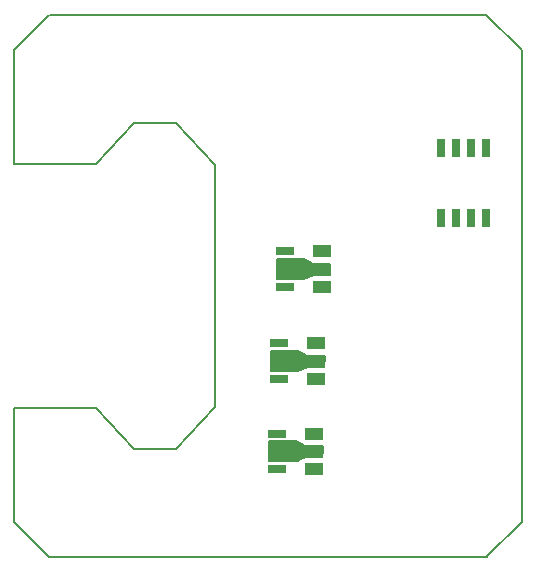
<source format=gtp>
G75*
%MOIN*%
%OFA0B0*%
%FSLAX25Y25*%
%IPPOS*%
%LPD*%
%AMOC8*
5,1,8,0,0,1.08239X$1,22.5*
%
%ADD10R,0.05906X0.03937*%
%ADD11R,0.05906X0.02756*%
%ADD12C,0.00500*%
%ADD13R,0.02600X0.06000*%
%ADD14C,0.00600*%
D10*
X0105266Y0034578D03*
X0105277Y0046397D03*
X0105906Y0064625D03*
X0105917Y0076444D03*
X0107887Y0095301D03*
X0107898Y0107120D03*
D11*
X0095486Y0107116D03*
X0095521Y0095339D03*
X0093504Y0076440D03*
X0093540Y0064663D03*
X0092865Y0046393D03*
X0092900Y0034615D03*
D12*
X0090166Y0037202D02*
X0099260Y0037202D01*
X0102567Y0038659D01*
X0108040Y0038619D01*
X0108079Y0042320D01*
X0102252Y0042320D01*
X0099181Y0043777D01*
X0090166Y0043777D01*
X0090166Y0037202D01*
X0090166Y0037403D02*
X0099717Y0037403D01*
X0100849Y0037902D02*
X0090166Y0037902D01*
X0090166Y0038400D02*
X0101981Y0038400D01*
X0102108Y0042388D02*
X0090166Y0042388D01*
X0090166Y0041890D02*
X0108074Y0041890D01*
X0108069Y0041391D02*
X0090166Y0041391D01*
X0090166Y0040893D02*
X0108064Y0040893D01*
X0108058Y0040394D02*
X0090166Y0040394D01*
X0090166Y0039896D02*
X0108053Y0039896D01*
X0108048Y0039397D02*
X0090166Y0039397D01*
X0090166Y0038899D02*
X0108043Y0038899D01*
X0101057Y0042887D02*
X0090166Y0042887D01*
X0090166Y0043385D02*
X0100006Y0043385D01*
X0099900Y0067249D02*
X0090805Y0067249D01*
X0090805Y0073824D01*
X0099821Y0073824D01*
X0102892Y0072367D01*
X0108719Y0072367D01*
X0108679Y0068667D01*
X0103207Y0068706D01*
X0099900Y0067249D01*
X0100046Y0067314D02*
X0090805Y0067314D01*
X0090805Y0067812D02*
X0101178Y0067812D01*
X0102310Y0068311D02*
X0090805Y0068311D01*
X0090805Y0068809D02*
X0108681Y0068809D01*
X0108686Y0069308D02*
X0090805Y0069308D01*
X0090805Y0069806D02*
X0108691Y0069806D01*
X0108697Y0070305D02*
X0090805Y0070305D01*
X0090805Y0070803D02*
X0108702Y0070803D01*
X0108707Y0071302D02*
X0090805Y0071302D01*
X0090805Y0071801D02*
X0108712Y0071801D01*
X0108718Y0072299D02*
X0090805Y0072299D01*
X0090805Y0072798D02*
X0101985Y0072798D01*
X0100934Y0073296D02*
X0090805Y0073296D01*
X0090805Y0073795D02*
X0099883Y0073795D01*
X0101881Y0097925D02*
X0092786Y0097925D01*
X0092786Y0104500D01*
X0101802Y0104500D01*
X0104873Y0103043D01*
X0110700Y0103043D01*
X0110660Y0099343D01*
X0105188Y0099382D01*
X0101881Y0097925D01*
X0102553Y0098222D02*
X0092786Y0098222D01*
X0092786Y0098720D02*
X0103685Y0098720D01*
X0104817Y0099219D02*
X0092786Y0099219D01*
X0092786Y0099717D02*
X0110664Y0099717D01*
X0110670Y0100216D02*
X0092786Y0100216D01*
X0092786Y0100714D02*
X0110675Y0100714D01*
X0110680Y0101213D02*
X0092786Y0101213D01*
X0092786Y0101711D02*
X0110686Y0101711D01*
X0110691Y0102210D02*
X0092786Y0102210D01*
X0092786Y0102708D02*
X0110696Y0102708D01*
X0104529Y0103207D02*
X0092786Y0103207D01*
X0092786Y0103705D02*
X0103478Y0103705D01*
X0102427Y0104204D02*
X0092786Y0104204D01*
X0162726Y0186021D02*
X0017100Y0186021D01*
X0017100Y0005100D02*
X0162726Y0005100D01*
D13*
X0162500Y0118294D03*
X0157500Y0118294D03*
X0152500Y0118294D03*
X0147500Y0118294D03*
X0147500Y0141706D03*
X0152500Y0141706D03*
X0157500Y0141706D03*
X0162500Y0141706D03*
D14*
X0016911Y0005100D02*
X0005100Y0016911D01*
X0005100Y0055000D01*
X0032600Y0055000D01*
X0045100Y0041100D01*
X0059100Y0041100D01*
X0072100Y0055100D01*
X0072100Y0136021D01*
X0059100Y0150021D01*
X0045100Y0150021D01*
X0032600Y0136121D01*
X0005100Y0136121D01*
X0005100Y0174250D01*
X0016911Y0186061D01*
X0162580Y0186061D02*
X0174391Y0174250D01*
X0174391Y0016911D01*
X0162580Y0005100D01*
M02*

</source>
